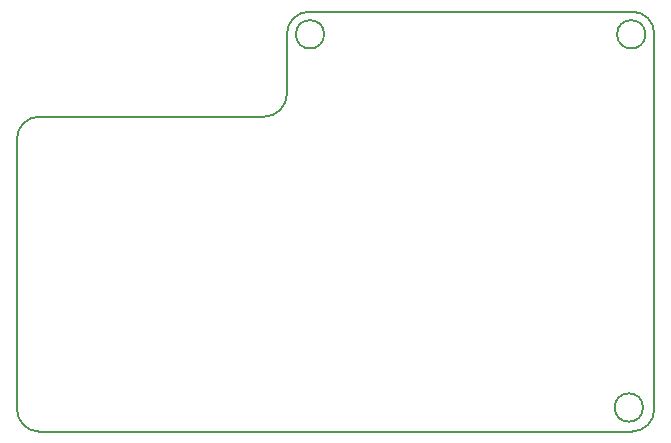
<source format=gbr>
G04 #@! TF.FileFunction,Profile,NP*
%FSLAX46Y46*%
G04 Gerber Fmt 4.6, Leading zero omitted, Abs format (unit mm)*
G04 Created by KiCad (PCBNEW 4.0.1-stable) date 1/22/2016 1:12:54 PM*
%MOMM*%
G01*
G04 APERTURE LIST*
%ADD10C,0.100000*%
%ADD11C,0.150000*%
G04 APERTURE END LIST*
D10*
D11*
X111000000Y-68600000D02*
G75*
G03X111000000Y-68600000I-1200000J0D01*
G01*
X104140000Y-66675000D02*
X109855000Y-66675000D01*
X111760000Y-75565000D02*
X111760000Y-68580000D01*
X111760000Y-68580000D02*
G75*
G03X109855000Y-66675000I-1905000J0D01*
G01*
X83800000Y-68600000D02*
G75*
G03X83800000Y-68600000I-1200000J0D01*
G01*
X110800000Y-100200000D02*
G75*
G03X110800000Y-100200000I-1200000J0D01*
G01*
X111760000Y-100330000D02*
X111760000Y-95885000D01*
X78105000Y-102235000D02*
X81915000Y-102235000D01*
X78740000Y-75565000D02*
X59690000Y-75565000D01*
X57785000Y-100330000D02*
X57785000Y-77470000D01*
X78105000Y-102235000D02*
X59690000Y-102235000D01*
X57785000Y-100330000D02*
G75*
G03X59690000Y-102235000I1905000J0D01*
G01*
X59690000Y-75565000D02*
G75*
G03X57785000Y-77470000I0J-1905000D01*
G01*
X109855000Y-102235000D02*
X81915000Y-102235000D01*
X111760000Y-93980000D02*
X111760000Y-95885000D01*
X109855000Y-102235000D02*
G75*
G03X111760000Y-100330000I0J1905000D01*
G01*
X111760000Y-75565000D02*
X111760000Y-93980000D01*
X80645000Y-68580000D02*
X80645000Y-69215000D01*
X104140000Y-66675000D02*
X84455000Y-66675000D01*
X82550000Y-66675000D02*
X84455000Y-66675000D01*
X80645000Y-73660000D02*
X80645000Y-69215000D01*
X82550000Y-66675000D02*
G75*
G03X80645000Y-68580000I0J-1905000D01*
G01*
X78740000Y-75565000D02*
G75*
G03X80645000Y-73660000I0J1905000D01*
G01*
M02*

</source>
